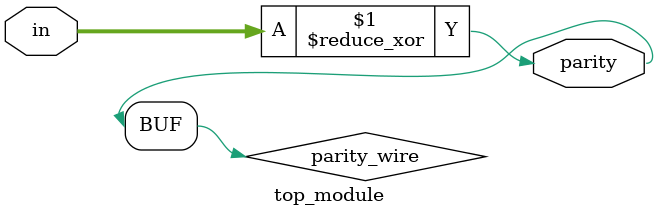
<source format=sv>
module top_module (
    input [7:0] in,
    output parity
);

    // Wire declaration
    wire parity_wire;

    // Parity checker logic
    assign parity_wire = ^in;

    // Output assignment
    assign parity = parity_wire;

endmodule

</source>
